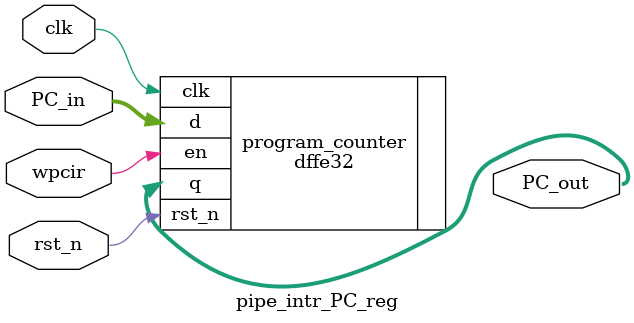
<source format=v>
module pipe_intr_PC_reg (clk,rst_n,wpcir,PC_in,PC_out);
	input clk,rst_n,wpcir;
	input [31:0] PC_in;
	output [31:0] PC_out;
	
	dffe32 program_counter (.d(PC_in),.clk(clk),.rst_n(rst_n),.en(wpcir),.q(PC_out));
endmodule
</source>
